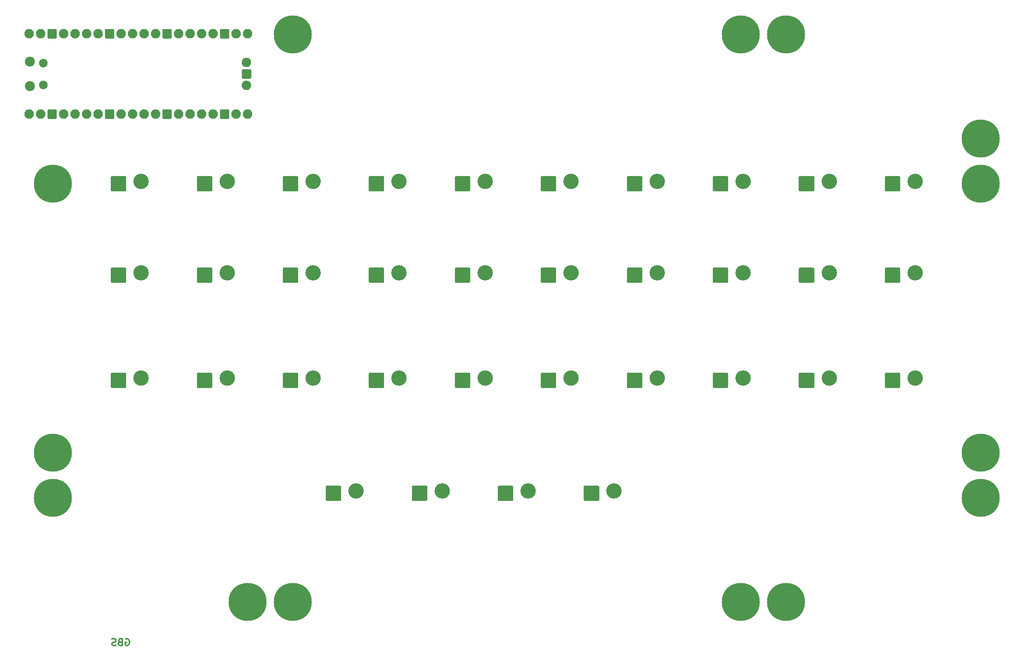
<source format=gbr>
%TF.GenerationSoftware,KiCad,Pcbnew,5.1.10-88a1d61d58~88~ubuntu20.04.1*%
%TF.CreationDate,2021-06-07T00:33:57-07:00*%
%TF.ProjectId,Stenokey,5374656e-6f6b-4657-992e-6b696361645f,1.0*%
%TF.SameCoordinates,Original*%
%TF.FileFunction,Soldermask,Bot*%
%TF.FilePolarity,Negative*%
%FSLAX46Y46*%
G04 Gerber Fmt 4.6, Leading zero omitted, Abs format (unit mm)*
G04 Created by KiCad (PCBNEW 5.1.10-88a1d61d58~88~ubuntu20.04.1) date 2021-06-07 00:33:57*
%MOMM*%
%LPD*%
G01*
G04 APERTURE LIST*
%ADD10C,0.300000*%
%ADD11C,8.400000*%
%ADD12C,3.400000*%
%ADD13O,2.100000X2.100000*%
%ADD14O,2.200000X2.200000*%
%ADD15O,1.900000X1.900000*%
G04 APERTURE END LIST*
D10*
X133071428Y-201250000D02*
X133214285Y-201178571D01*
X133428571Y-201178571D01*
X133642857Y-201250000D01*
X133785714Y-201392857D01*
X133857142Y-201535714D01*
X133928571Y-201821428D01*
X133928571Y-202035714D01*
X133857142Y-202321428D01*
X133785714Y-202464285D01*
X133642857Y-202607142D01*
X133428571Y-202678571D01*
X133285714Y-202678571D01*
X133071428Y-202607142D01*
X133000000Y-202535714D01*
X133000000Y-202035714D01*
X133285714Y-202035714D01*
X131857142Y-201892857D02*
X131642857Y-201964285D01*
X131571428Y-202035714D01*
X131500000Y-202178571D01*
X131500000Y-202392857D01*
X131571428Y-202535714D01*
X131642857Y-202607142D01*
X131785714Y-202678571D01*
X132357142Y-202678571D01*
X132357142Y-201178571D01*
X131857142Y-201178571D01*
X131714285Y-201250000D01*
X131642857Y-201321428D01*
X131571428Y-201464285D01*
X131571428Y-201607142D01*
X131642857Y-201750000D01*
X131714285Y-201821428D01*
X131857142Y-201892857D01*
X132357142Y-201892857D01*
X130928571Y-202607142D02*
X130714285Y-202678571D01*
X130357142Y-202678571D01*
X130214285Y-202607142D01*
X130142857Y-202535714D01*
X130071428Y-202392857D01*
X130071428Y-202250000D01*
X130142857Y-202107142D01*
X130214285Y-202035714D01*
X130357142Y-201964285D01*
X130642857Y-201892857D01*
X130785714Y-201821428D01*
X130857142Y-201750000D01*
X130928571Y-201607142D01*
X130928571Y-201464285D01*
X130857142Y-201321428D01*
X130785714Y-201250000D01*
X130642857Y-201178571D01*
X130285714Y-201178571D01*
X130071428Y-201250000D01*
D11*
%TO.C,Z9*%
X279000000Y-193000000D03*
%TD*%
%TO.C,SW25*%
G36*
G01*
X205800000Y-145500000D02*
X205800000Y-142500000D01*
G75*
G02*
X206000000Y-142300000I200000J0D01*
G01*
X209000000Y-142300000D01*
G75*
G02*
X209200000Y-142500000I0J-200000D01*
G01*
X209200000Y-145500000D01*
G75*
G02*
X209000000Y-145700000I-200000J0D01*
G01*
X206000000Y-145700000D01*
G75*
G02*
X205800000Y-145500000I0J200000D01*
G01*
G37*
D12*
X212500000Y-143500000D03*
%TD*%
D11*
%TO.C,Z12*%
X160000000Y-193000000D03*
%TD*%
%TO.C,SW15*%
G36*
G01*
X205800000Y-122250000D02*
X205800000Y-119250000D01*
G75*
G02*
X206000000Y-119050000I200000J0D01*
G01*
X209000000Y-119050000D01*
G75*
G02*
X209200000Y-119250000I0J-200000D01*
G01*
X209200000Y-122250000D01*
G75*
G02*
X209000000Y-122450000I-200000J0D01*
G01*
X206000000Y-122450000D01*
G75*
G02*
X205800000Y-122250000I0J200000D01*
G01*
G37*
D12*
X212500000Y-120250000D03*
%TD*%
%TO.C,SW1*%
G36*
G01*
X129800000Y-102000000D02*
X129800000Y-99000000D01*
G75*
G02*
X130000000Y-98800000I200000J0D01*
G01*
X133000000Y-98800000D01*
G75*
G02*
X133200000Y-99000000I0J-200000D01*
G01*
X133200000Y-102000000D01*
G75*
G02*
X133000000Y-102200000I-200000J0D01*
G01*
X130000000Y-102200000D01*
G75*
G02*
X129800000Y-102000000I0J200000D01*
G01*
G37*
X136500000Y-100000000D03*
%TD*%
D13*
%TO.C,U1*%
X111760000Y-85090000D03*
X114300000Y-85090000D03*
G36*
G01*
X117690000Y-86140000D02*
X115990000Y-86140000D01*
G75*
G02*
X115790000Y-85940000I0J200000D01*
G01*
X115790000Y-84240000D01*
G75*
G02*
X115990000Y-84040000I200000J0D01*
G01*
X117690000Y-84040000D01*
G75*
G02*
X117890000Y-84240000I0J-200000D01*
G01*
X117890000Y-85940000D01*
G75*
G02*
X117690000Y-86140000I-200000J0D01*
G01*
G37*
X119380000Y-85090000D03*
X121920000Y-85090000D03*
X124460000Y-85090000D03*
X127000000Y-85090000D03*
G36*
G01*
X130390000Y-86140000D02*
X128690000Y-86140000D01*
G75*
G02*
X128490000Y-85940000I0J200000D01*
G01*
X128490000Y-84240000D01*
G75*
G02*
X128690000Y-84040000I200000J0D01*
G01*
X130390000Y-84040000D01*
G75*
G02*
X130590000Y-84240000I0J-200000D01*
G01*
X130590000Y-85940000D01*
G75*
G02*
X130390000Y-86140000I-200000J0D01*
G01*
G37*
X132080000Y-85090000D03*
X134620000Y-85090000D03*
X137160000Y-85090000D03*
X139700000Y-85090000D03*
G36*
G01*
X143090000Y-86140000D02*
X141390000Y-86140000D01*
G75*
G02*
X141190000Y-85940000I0J200000D01*
G01*
X141190000Y-84240000D01*
G75*
G02*
X141390000Y-84040000I200000J0D01*
G01*
X143090000Y-84040000D01*
G75*
G02*
X143290000Y-84240000I0J-200000D01*
G01*
X143290000Y-85940000D01*
G75*
G02*
X143090000Y-86140000I-200000J0D01*
G01*
G37*
X144780000Y-85090000D03*
X147320000Y-85090000D03*
X149860000Y-85090000D03*
X152400000Y-85090000D03*
G36*
G01*
X155790000Y-86140000D02*
X154090000Y-86140000D01*
G75*
G02*
X153890000Y-85940000I0J200000D01*
G01*
X153890000Y-84240000D01*
G75*
G02*
X154090000Y-84040000I200000J0D01*
G01*
X155790000Y-84040000D01*
G75*
G02*
X155990000Y-84240000I0J-200000D01*
G01*
X155990000Y-85940000D01*
G75*
G02*
X155790000Y-86140000I-200000J0D01*
G01*
G37*
X157480000Y-85090000D03*
X160020000Y-85090000D03*
X160020000Y-67310000D03*
X157480000Y-67310000D03*
G36*
G01*
X155790000Y-68360000D02*
X154090000Y-68360000D01*
G75*
G02*
X153890000Y-68160000I0J200000D01*
G01*
X153890000Y-66460000D01*
G75*
G02*
X154090000Y-66260000I200000J0D01*
G01*
X155790000Y-66260000D01*
G75*
G02*
X155990000Y-66460000I0J-200000D01*
G01*
X155990000Y-68160000D01*
G75*
G02*
X155790000Y-68360000I-200000J0D01*
G01*
G37*
X152400000Y-67310000D03*
X149860000Y-67310000D03*
X147320000Y-67310000D03*
X144780000Y-67310000D03*
G36*
G01*
X143090000Y-68360000D02*
X141390000Y-68360000D01*
G75*
G02*
X141190000Y-68160000I0J200000D01*
G01*
X141190000Y-66460000D01*
G75*
G02*
X141390000Y-66260000I200000J0D01*
G01*
X143090000Y-66260000D01*
G75*
G02*
X143290000Y-66460000I0J-200000D01*
G01*
X143290000Y-68160000D01*
G75*
G02*
X143090000Y-68360000I-200000J0D01*
G01*
G37*
X139700000Y-67310000D03*
X137160000Y-67310000D03*
X134620000Y-67310000D03*
X132080000Y-67310000D03*
G36*
G01*
X130390000Y-68360000D02*
X128690000Y-68360000D01*
G75*
G02*
X128490000Y-68160000I0J200000D01*
G01*
X128490000Y-66460000D01*
G75*
G02*
X128690000Y-66260000I200000J0D01*
G01*
X130390000Y-66260000D01*
G75*
G02*
X130590000Y-66460000I0J-200000D01*
G01*
X130590000Y-68160000D01*
G75*
G02*
X130390000Y-68360000I-200000J0D01*
G01*
G37*
X127000000Y-67310000D03*
X124460000Y-67310000D03*
X121920000Y-67310000D03*
X119380000Y-67310000D03*
G36*
G01*
X117690000Y-68360000D02*
X115990000Y-68360000D01*
G75*
G02*
X115790000Y-68160000I0J200000D01*
G01*
X115790000Y-66460000D01*
G75*
G02*
X115990000Y-66260000I200000J0D01*
G01*
X117690000Y-66260000D01*
G75*
G02*
X117890000Y-66460000I0J-200000D01*
G01*
X117890000Y-68160000D01*
G75*
G02*
X117690000Y-68360000I-200000J0D01*
G01*
G37*
X114300000Y-67310000D03*
X111760000Y-67310000D03*
D14*
X111890000Y-78925000D03*
X111890000Y-73475000D03*
D15*
X114920000Y-78625000D03*
X114920000Y-73775000D03*
D13*
X159790000Y-78740000D03*
G36*
G01*
X160640000Y-77250000D02*
X158940000Y-77250000D01*
G75*
G02*
X158740000Y-77050000I0J200000D01*
G01*
X158740000Y-75350000D01*
G75*
G02*
X158940000Y-75150000I200000J0D01*
G01*
X160640000Y-75150000D01*
G75*
G02*
X160840000Y-75350000I0J-200000D01*
G01*
X160840000Y-77050000D01*
G75*
G02*
X160640000Y-77250000I-200000J0D01*
G01*
G37*
X159790000Y-73660000D03*
%TD*%
D11*
%TO.C,Z14*%
X117000000Y-160000000D03*
%TD*%
%TO.C,Z11*%
X170000000Y-193000000D03*
%TD*%
%TO.C,Z10*%
X269000000Y-193000000D03*
%TD*%
%TO.C,SW26*%
G36*
G01*
X224800000Y-145500000D02*
X224800000Y-142500000D01*
G75*
G02*
X225000000Y-142300000I200000J0D01*
G01*
X228000000Y-142300000D01*
G75*
G02*
X228200000Y-142500000I0J-200000D01*
G01*
X228200000Y-145500000D01*
G75*
G02*
X228000000Y-145700000I-200000J0D01*
G01*
X225000000Y-145700000D01*
G75*
G02*
X224800000Y-145500000I0J200000D01*
G01*
G37*
D12*
X231500000Y-143500000D03*
%TD*%
%TO.C,SW16*%
G36*
G01*
X224800000Y-122250000D02*
X224800000Y-119250000D01*
G75*
G02*
X225000000Y-119050000I200000J0D01*
G01*
X228000000Y-119050000D01*
G75*
G02*
X228200000Y-119250000I0J-200000D01*
G01*
X228200000Y-122250000D01*
G75*
G02*
X228000000Y-122450000I-200000J0D01*
G01*
X225000000Y-122450000D01*
G75*
G02*
X224800000Y-122250000I0J200000D01*
G01*
G37*
X231500000Y-120250000D03*
%TD*%
D11*
%TO.C,Z2*%
X170000000Y-67500000D03*
%TD*%
%TO.C,SW12*%
G36*
G01*
X148800000Y-122250000D02*
X148800000Y-119250000D01*
G75*
G02*
X149000000Y-119050000I200000J0D01*
G01*
X152000000Y-119050000D01*
G75*
G02*
X152200000Y-119250000I0J-200000D01*
G01*
X152200000Y-122250000D01*
G75*
G02*
X152000000Y-122450000I-200000J0D01*
G01*
X149000000Y-122450000D01*
G75*
G02*
X148800000Y-122250000I0J200000D01*
G01*
G37*
D12*
X155500000Y-120250000D03*
%TD*%
%TO.C,SW28*%
G36*
G01*
X262800000Y-145500000D02*
X262800000Y-142500000D01*
G75*
G02*
X263000000Y-142300000I200000J0D01*
G01*
X266000000Y-142300000D01*
G75*
G02*
X266200000Y-142500000I0J-200000D01*
G01*
X266200000Y-145500000D01*
G75*
G02*
X266000000Y-145700000I-200000J0D01*
G01*
X263000000Y-145700000D01*
G75*
G02*
X262800000Y-145500000I0J200000D01*
G01*
G37*
X269500000Y-143500000D03*
%TD*%
%TO.C,SW27*%
G36*
G01*
X243800000Y-145500000D02*
X243800000Y-142500000D01*
G75*
G02*
X244000000Y-142300000I200000J0D01*
G01*
X247000000Y-142300000D01*
G75*
G02*
X247200000Y-142500000I0J-200000D01*
G01*
X247200000Y-145500000D01*
G75*
G02*
X247000000Y-145700000I-200000J0D01*
G01*
X244000000Y-145700000D01*
G75*
G02*
X243800000Y-145500000I0J200000D01*
G01*
G37*
X250500000Y-143500000D03*
%TD*%
%TO.C,SW6*%
G36*
G01*
X224800000Y-102000000D02*
X224800000Y-99000000D01*
G75*
G02*
X225000000Y-98800000I200000J0D01*
G01*
X228000000Y-98800000D01*
G75*
G02*
X228200000Y-99000000I0J-200000D01*
G01*
X228200000Y-102000000D01*
G75*
G02*
X228000000Y-102200000I-200000J0D01*
G01*
X225000000Y-102200000D01*
G75*
G02*
X224800000Y-102000000I0J200000D01*
G01*
G37*
X231500000Y-100000000D03*
%TD*%
%TO.C,SW9*%
G36*
G01*
X281800000Y-102000000D02*
X281800000Y-99000000D01*
G75*
G02*
X282000000Y-98800000I200000J0D01*
G01*
X285000000Y-98800000D01*
G75*
G02*
X285200000Y-99000000I0J-200000D01*
G01*
X285200000Y-102000000D01*
G75*
G02*
X285000000Y-102200000I-200000J0D01*
G01*
X282000000Y-102200000D01*
G75*
G02*
X281800000Y-102000000I0J200000D01*
G01*
G37*
X288500000Y-100000000D03*
%TD*%
%TO.C,SW5*%
G36*
G01*
X205800000Y-102000000D02*
X205800000Y-99000000D01*
G75*
G02*
X206000000Y-98800000I200000J0D01*
G01*
X209000000Y-98800000D01*
G75*
G02*
X209200000Y-99000000I0J-200000D01*
G01*
X209200000Y-102000000D01*
G75*
G02*
X209000000Y-102200000I-200000J0D01*
G01*
X206000000Y-102200000D01*
G75*
G02*
X205800000Y-102000000I0J200000D01*
G01*
G37*
X212500000Y-100000000D03*
%TD*%
%TO.C,SW23*%
G36*
G01*
X167800000Y-145500000D02*
X167800000Y-142500000D01*
G75*
G02*
X168000000Y-142300000I200000J0D01*
G01*
X171000000Y-142300000D01*
G75*
G02*
X171200000Y-142500000I0J-200000D01*
G01*
X171200000Y-145500000D01*
G75*
G02*
X171000000Y-145700000I-200000J0D01*
G01*
X168000000Y-145700000D01*
G75*
G02*
X167800000Y-145500000I0J200000D01*
G01*
G37*
X174500000Y-143500000D03*
%TD*%
%TO.C,SW19*%
G36*
G01*
X281800000Y-122250000D02*
X281800000Y-119250000D01*
G75*
G02*
X282000000Y-119050000I200000J0D01*
G01*
X285000000Y-119050000D01*
G75*
G02*
X285200000Y-119250000I0J-200000D01*
G01*
X285200000Y-122250000D01*
G75*
G02*
X285000000Y-122450000I-200000J0D01*
G01*
X282000000Y-122450000D01*
G75*
G02*
X281800000Y-122250000I0J200000D01*
G01*
G37*
X288500000Y-120250000D03*
%TD*%
%TO.C,SW31*%
G36*
G01*
X177300000Y-170500000D02*
X177300000Y-167500000D01*
G75*
G02*
X177500000Y-167300000I200000J0D01*
G01*
X180500000Y-167300000D01*
G75*
G02*
X180700000Y-167500000I0J-200000D01*
G01*
X180700000Y-170500000D01*
G75*
G02*
X180500000Y-170700000I-200000J0D01*
G01*
X177500000Y-170700000D01*
G75*
G02*
X177300000Y-170500000I0J200000D01*
G01*
G37*
X184000000Y-168500000D03*
%TD*%
D11*
%TO.C,Z3*%
X269000000Y-67500000D03*
%TD*%
%TO.C,SW30*%
G36*
G01*
X300800000Y-145500000D02*
X300800000Y-142500000D01*
G75*
G02*
X301000000Y-142300000I200000J0D01*
G01*
X304000000Y-142300000D01*
G75*
G02*
X304200000Y-142500000I0J-200000D01*
G01*
X304200000Y-145500000D01*
G75*
G02*
X304000000Y-145700000I-200000J0D01*
G01*
X301000000Y-145700000D01*
G75*
G02*
X300800000Y-145500000I0J200000D01*
G01*
G37*
D12*
X307500000Y-143500000D03*
%TD*%
%TO.C,SW18*%
G36*
G01*
X262800000Y-122250000D02*
X262800000Y-119250000D01*
G75*
G02*
X263000000Y-119050000I200000J0D01*
G01*
X266000000Y-119050000D01*
G75*
G02*
X266200000Y-119250000I0J-200000D01*
G01*
X266200000Y-122250000D01*
G75*
G02*
X266000000Y-122450000I-200000J0D01*
G01*
X263000000Y-122450000D01*
G75*
G02*
X262800000Y-122250000I0J200000D01*
G01*
G37*
X269500000Y-120250000D03*
%TD*%
%TO.C,SW14*%
G36*
G01*
X186800000Y-122250000D02*
X186800000Y-119250000D01*
G75*
G02*
X187000000Y-119050000I200000J0D01*
G01*
X190000000Y-119050000D01*
G75*
G02*
X190200000Y-119250000I0J-200000D01*
G01*
X190200000Y-122250000D01*
G75*
G02*
X190000000Y-122450000I-200000J0D01*
G01*
X187000000Y-122450000D01*
G75*
G02*
X186800000Y-122250000I0J200000D01*
G01*
G37*
X193500000Y-120250000D03*
%TD*%
D11*
%TO.C,Z13*%
X117000000Y-170000000D03*
%TD*%
%TO.C,SW34*%
G36*
G01*
X234300000Y-170500000D02*
X234300000Y-167500000D01*
G75*
G02*
X234500000Y-167300000I200000J0D01*
G01*
X237500000Y-167300000D01*
G75*
G02*
X237700000Y-167500000I0J-200000D01*
G01*
X237700000Y-170500000D01*
G75*
G02*
X237500000Y-170700000I-200000J0D01*
G01*
X234500000Y-170700000D01*
G75*
G02*
X234300000Y-170500000I0J200000D01*
G01*
G37*
D12*
X241000000Y-168500000D03*
%TD*%
D11*
%TO.C,Z7*%
X322000000Y-160000000D03*
%TD*%
%TO.C,Z5*%
X322000000Y-90500000D03*
%TD*%
%TO.C,Z6*%
X322000000Y-100500000D03*
%TD*%
%TO.C,SW11*%
G36*
G01*
X129800000Y-122250000D02*
X129800000Y-119250000D01*
G75*
G02*
X130000000Y-119050000I200000J0D01*
G01*
X133000000Y-119050000D01*
G75*
G02*
X133200000Y-119250000I0J-200000D01*
G01*
X133200000Y-122250000D01*
G75*
G02*
X133000000Y-122450000I-200000J0D01*
G01*
X130000000Y-122450000D01*
G75*
G02*
X129800000Y-122250000I0J200000D01*
G01*
G37*
D12*
X136500000Y-120250000D03*
%TD*%
%TO.C,SW20*%
G36*
G01*
X300800000Y-122250000D02*
X300800000Y-119250000D01*
G75*
G02*
X301000000Y-119050000I200000J0D01*
G01*
X304000000Y-119050000D01*
G75*
G02*
X304200000Y-119250000I0J-200000D01*
G01*
X304200000Y-122250000D01*
G75*
G02*
X304000000Y-122450000I-200000J0D01*
G01*
X301000000Y-122450000D01*
G75*
G02*
X300800000Y-122250000I0J200000D01*
G01*
G37*
X307500000Y-120250000D03*
%TD*%
%TO.C,SW8*%
G36*
G01*
X262800000Y-102000000D02*
X262800000Y-99000000D01*
G75*
G02*
X263000000Y-98800000I200000J0D01*
G01*
X266000000Y-98800000D01*
G75*
G02*
X266200000Y-99000000I0J-200000D01*
G01*
X266200000Y-102000000D01*
G75*
G02*
X266000000Y-102200000I-200000J0D01*
G01*
X263000000Y-102200000D01*
G75*
G02*
X262800000Y-102000000I0J200000D01*
G01*
G37*
X269500000Y-100000000D03*
%TD*%
%TO.C,SW10*%
G36*
G01*
X300800000Y-102000000D02*
X300800000Y-99000000D01*
G75*
G02*
X301000000Y-98800000I200000J0D01*
G01*
X304000000Y-98800000D01*
G75*
G02*
X304200000Y-99000000I0J-200000D01*
G01*
X304200000Y-102000000D01*
G75*
G02*
X304000000Y-102200000I-200000J0D01*
G01*
X301000000Y-102200000D01*
G75*
G02*
X300800000Y-102000000I0J200000D01*
G01*
G37*
X307500000Y-100000000D03*
%TD*%
D11*
%TO.C,Z4*%
X279000000Y-67500000D03*
%TD*%
%TO.C,SW33*%
G36*
G01*
X215300000Y-170500000D02*
X215300000Y-167500000D01*
G75*
G02*
X215500000Y-167300000I200000J0D01*
G01*
X218500000Y-167300000D01*
G75*
G02*
X218700000Y-167500000I0J-200000D01*
G01*
X218700000Y-170500000D01*
G75*
G02*
X218500000Y-170700000I-200000J0D01*
G01*
X215500000Y-170700000D01*
G75*
G02*
X215300000Y-170500000I0J200000D01*
G01*
G37*
D12*
X222000000Y-168500000D03*
%TD*%
%TO.C,SW13*%
G36*
G01*
X167800000Y-122250000D02*
X167800000Y-119250000D01*
G75*
G02*
X168000000Y-119050000I200000J0D01*
G01*
X171000000Y-119050000D01*
G75*
G02*
X171200000Y-119250000I0J-200000D01*
G01*
X171200000Y-122250000D01*
G75*
G02*
X171000000Y-122450000I-200000J0D01*
G01*
X168000000Y-122450000D01*
G75*
G02*
X167800000Y-122250000I0J200000D01*
G01*
G37*
X174500000Y-120250000D03*
%TD*%
%TO.C,SW7*%
G36*
G01*
X243800000Y-102000000D02*
X243800000Y-99000000D01*
G75*
G02*
X244000000Y-98800000I200000J0D01*
G01*
X247000000Y-98800000D01*
G75*
G02*
X247200000Y-99000000I0J-200000D01*
G01*
X247200000Y-102000000D01*
G75*
G02*
X247000000Y-102200000I-200000J0D01*
G01*
X244000000Y-102200000D01*
G75*
G02*
X243800000Y-102000000I0J200000D01*
G01*
G37*
X250500000Y-100000000D03*
%TD*%
%TO.C,SW29*%
G36*
G01*
X281800000Y-145500000D02*
X281800000Y-142500000D01*
G75*
G02*
X282000000Y-142300000I200000J0D01*
G01*
X285000000Y-142300000D01*
G75*
G02*
X285200000Y-142500000I0J-200000D01*
G01*
X285200000Y-145500000D01*
G75*
G02*
X285000000Y-145700000I-200000J0D01*
G01*
X282000000Y-145700000D01*
G75*
G02*
X281800000Y-145500000I0J200000D01*
G01*
G37*
X288500000Y-143500000D03*
%TD*%
%TO.C,SW21*%
G36*
G01*
X129800000Y-145500000D02*
X129800000Y-142500000D01*
G75*
G02*
X130000000Y-142300000I200000J0D01*
G01*
X133000000Y-142300000D01*
G75*
G02*
X133200000Y-142500000I0J-200000D01*
G01*
X133200000Y-145500000D01*
G75*
G02*
X133000000Y-145700000I-200000J0D01*
G01*
X130000000Y-145700000D01*
G75*
G02*
X129800000Y-145500000I0J200000D01*
G01*
G37*
X136500000Y-143500000D03*
%TD*%
%TO.C,SW32*%
G36*
G01*
X196300000Y-170500000D02*
X196300000Y-167500000D01*
G75*
G02*
X196500000Y-167300000I200000J0D01*
G01*
X199500000Y-167300000D01*
G75*
G02*
X199700000Y-167500000I0J-200000D01*
G01*
X199700000Y-170500000D01*
G75*
G02*
X199500000Y-170700000I-200000J0D01*
G01*
X196500000Y-170700000D01*
G75*
G02*
X196300000Y-170500000I0J200000D01*
G01*
G37*
X203000000Y-168500000D03*
%TD*%
%TO.C,SW17*%
G36*
G01*
X243800000Y-122250000D02*
X243800000Y-119250000D01*
G75*
G02*
X244000000Y-119050000I200000J0D01*
G01*
X247000000Y-119050000D01*
G75*
G02*
X247200000Y-119250000I0J-200000D01*
G01*
X247200000Y-122250000D01*
G75*
G02*
X247000000Y-122450000I-200000J0D01*
G01*
X244000000Y-122450000D01*
G75*
G02*
X243800000Y-122250000I0J200000D01*
G01*
G37*
X250500000Y-120250000D03*
%TD*%
%TO.C,SW2*%
G36*
G01*
X148800000Y-102000000D02*
X148800000Y-99000000D01*
G75*
G02*
X149000000Y-98800000I200000J0D01*
G01*
X152000000Y-98800000D01*
G75*
G02*
X152200000Y-99000000I0J-200000D01*
G01*
X152200000Y-102000000D01*
G75*
G02*
X152000000Y-102200000I-200000J0D01*
G01*
X149000000Y-102200000D01*
G75*
G02*
X148800000Y-102000000I0J200000D01*
G01*
G37*
X155500000Y-100000000D03*
%TD*%
%TO.C,SW3*%
G36*
G01*
X167800000Y-102000000D02*
X167800000Y-99000000D01*
G75*
G02*
X168000000Y-98800000I200000J0D01*
G01*
X171000000Y-98800000D01*
G75*
G02*
X171200000Y-99000000I0J-200000D01*
G01*
X171200000Y-102000000D01*
G75*
G02*
X171000000Y-102200000I-200000J0D01*
G01*
X168000000Y-102200000D01*
G75*
G02*
X167800000Y-102000000I0J200000D01*
G01*
G37*
X174500000Y-100000000D03*
%TD*%
D11*
%TO.C,Z8*%
X322000000Y-170000000D03*
%TD*%
%TO.C,SW24*%
G36*
G01*
X186800000Y-145500000D02*
X186800000Y-142500000D01*
G75*
G02*
X187000000Y-142300000I200000J0D01*
G01*
X190000000Y-142300000D01*
G75*
G02*
X190200000Y-142500000I0J-200000D01*
G01*
X190200000Y-145500000D01*
G75*
G02*
X190000000Y-145700000I-200000J0D01*
G01*
X187000000Y-145700000D01*
G75*
G02*
X186800000Y-145500000I0J200000D01*
G01*
G37*
D12*
X193500000Y-143500000D03*
%TD*%
%TO.C,SW4*%
G36*
G01*
X186800000Y-102000000D02*
X186800000Y-99000000D01*
G75*
G02*
X187000000Y-98800000I200000J0D01*
G01*
X190000000Y-98800000D01*
G75*
G02*
X190200000Y-99000000I0J-200000D01*
G01*
X190200000Y-102000000D01*
G75*
G02*
X190000000Y-102200000I-200000J0D01*
G01*
X187000000Y-102200000D01*
G75*
G02*
X186800000Y-102000000I0J200000D01*
G01*
G37*
X193500000Y-100000000D03*
%TD*%
D11*
%TO.C,Z15*%
X117000000Y-100500000D03*
%TD*%
%TO.C,SW22*%
G36*
G01*
X148800000Y-145500000D02*
X148800000Y-142500000D01*
G75*
G02*
X149000000Y-142300000I200000J0D01*
G01*
X152000000Y-142300000D01*
G75*
G02*
X152200000Y-142500000I0J-200000D01*
G01*
X152200000Y-145500000D01*
G75*
G02*
X152000000Y-145700000I-200000J0D01*
G01*
X149000000Y-145700000D01*
G75*
G02*
X148800000Y-145500000I0J200000D01*
G01*
G37*
D12*
X155500000Y-143500000D03*
%TD*%
M02*

</source>
